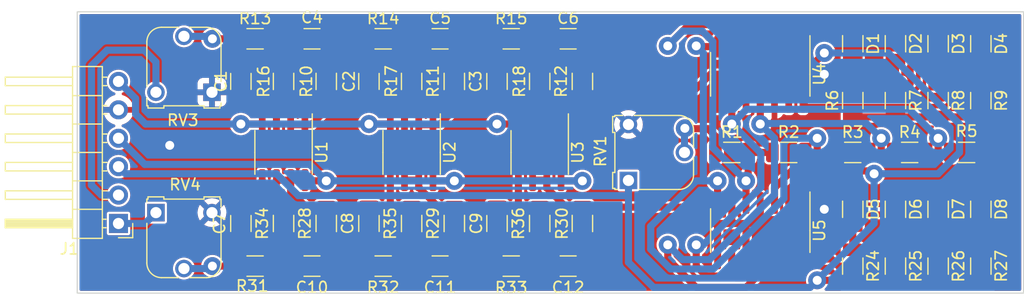
<source format=kicad_pcb>
(kicad_pcb (version 20211014) (generator pcbnew)
  (layers (0 "F.Cu" mixed) (31 "B.Cu" power) (34 "B.Paste" user) (35 "F.Paste" user) (36 "B.SilkS" user "B.Silkscreen") (37 "F.SilkS" user "F.Silkscreen") (38 "B.Mask" user) (39 "F.Mask" user) (44 "Edge.Cuts" user))
  (net 0 "")
  (net 1 "Net-(C1-Pad1)")
  (net 2 "Net-(C1-Pad2)")
  (net 3 "Net-(C2-Pad1)")
  (net 4 "Net-(C2-Pad2)")
  (net 5 "Net-(C3-Pad1)")
  (net 6 "Net-(C3-Pad2)")
  (net 7 "GND")
  (net 8 "Net-(C10-Pad1)")
  (net 9 "Net-(C7-Pad2)")
  (net 10 "Net-(C11-Pad1)")
  (net 11 "Net-(C8-Pad2)")
  (net 12 "Net-(C12-Pad1)")
  (net 13 "Net-(C9-Pad2)")
  (net 14 "Net-(D1-Pad1)")
  (net 15 "Net-(D1-Pad2)")
  (net 16 "Net-(D2-Pad1)")
  (net 17 "Net-(D2-Pad2)")
  (net 18 "Net-(D3-Pad1)")
  (net 19 "Net-(D3-Pad2)")
  (net 20 "Net-(D4-Pad1)")
  (net 21 "Net-(D4-Pad2)")
  (net 22 "Net-(D5-Pad1)")
  (net 23 "Net-(D5-Pad2)")
  (net 24 "Net-(D6-Pad1)")
  (net 25 "Net-(D6-Pad2)")
  (net 26 "Net-(D7-Pad1)")
  (net 27 "Net-(D7-Pad2)")
  (net 28 "Net-(D8-Pad2)")
  (net 29 "audio_right")
  (net 30 "audio_left")
  (net 31 "Net-(R1-Pad1)")
  (net 32 "Net-(R1-Pad2)")
  (net 33 "Net-(R2-Pad2)")
  (net 34 "Net-(R3-Pad2)")
  (net 35 "Net-(R4-Pad2)")
  (net 36 "+5V")
  (net 37 "Net-(R10-Pad2)")
  (net 38 "Net-(R11-Pad2)")
  (net 39 "Net-(R12-Pad2)")
  (net 40 "Net-(R28-Pad2)")
  (net 41 "Net-(R29-Pad2)")
  (net 42 "Net-(R30-Pad2)")
  (net 43 "-15V")
  (net 44 "+15V")
  (net 45 "Net-(J1-Pad1)")
  (net 46 "Net-(J1-Pad2)")
  (net 47 "Net-(D8-Pad1)")
  (footprint "Resistor_SMD:R_1206_3216Metric" (layer "F.Cu") (at 193.675 69.6575 -90)
    (fp_text reference "R8")
    (fp_text value "R")
  )
  (footprint "Resistor_SMD:R_1206_3216Metric" (layer "F.Cu") (at 161.925 67.945 -90)
    (fp_text reference "R12")
    (fp_text value "137")
  )
  (footprint "Resistor_SMD:R_1206_3216Metric" (layer "F.Cu") (at 139.065 67.945 -90)
    (fp_text reference "R10")
    (fp_text value "137")
  )
  (footprint "Package_SO:SO-14_3.9x8.65mm_P1.27mm" (layer "F.Cu") (at 177.8 81.28 -90)
    (fp_text reference "U5")
    (fp_text value "LM339DR")
  )
  (footprint "Resistor_SMD:R_1206_3216Metric" (layer "F.Cu") (at 191.135 74.295)
    (fp_text reference "R4")
    (fp_text value "100k")
  )
  (footprint "Resistor_SMD:R_1206_3216Metric" (layer "F.Cu") (at 186.055 84.455 -90)
    (fp_text reference "R24")
    (fp_text value "R")
  )
  (footprint "Resistor_SMD:R_1206_3216Metric" (layer "F.Cu") (at 132.715 84.455)
    (fp_text reference "R31")
    (fp_text value "931")
  )
  (footprint "Resistor_SMD:R_1206_3216Metric" (layer "F.Cu") (at 193.675 64.5775 -90)
    (fp_text reference "D3")
    (fp_text value "yellow")
  )
  (footprint "Resistor_SMD:R_1206_3216Metric" (layer "F.Cu") (at 155.575 84.455)
    (fp_text reference "R33")
    (fp_text value "931")
  )
  (footprint "Capacitor_SMD:C_1206_3216Metric" (layer "F.Cu") (at 160.655 84.455)
    (fp_text reference "C12")
    (fp_text value "100n")
  )
  (footprint "Capacitor_SMD:C_1206_3216Metric" (layer "F.Cu") (at 142.875 80.645 90)
    (fp_text reference "C8")
    (fp_text value "100n")
  )
  (footprint "Capacitor_SMD:C_1206_3216Metric" (layer "F.Cu") (at 149.225 84.455)
    (fp_text reference "C11")
    (fp_text value "100n")
  )
  (footprint "Resistor_SMD:R_1206_3216Metric" (layer "F.Cu") (at 175.26 74.295)
    (fp_text reference "R1")
    (fp_text value "100k")
  )
  (footprint "Potentiometer_THT:Potentiometer_Runtron_RM-065_Vertical" (layer "F.Cu") (at 166.035 76.795 90)
    (fp_text reference "RV1")
    (fp_text value "10k")
  )
  (footprint "Resistor_SMD:R_1206_3216Metric" (layer "F.Cu") (at 197.485 79.375 -90)
    (fp_text reference "D8")
    (fp_text value "orange")
  )
  (footprint "Resistor_SMD:R_1206_3216Metric" (layer "F.Cu") (at 180.34 74.295)
    (fp_text reference "R2")
    (fp_text value "100k")
  )
  (footprint "Resistor_SMD:R_1206_3216Metric" (layer "F.Cu") (at 144.145 64.135)
    (fp_text reference "R14")
    (fp_text value "931")
  )
  (footprint "Resistor_SMD:R_1206_3216Metric" (layer "F.Cu") (at 158.115 80.645 -90)
    (fp_text reference "R36")
    (fp_text value "1k87")
  )
  (footprint "Resistor_SMD:R_1206_3216Metric" (layer "F.Cu") (at 189.865 64.5775 -90)
    (fp_text reference "D2")
    (fp_text value "green")
  )
  (footprint "Resistor_SMD:R_1206_3216Metric" (layer "F.Cu") (at 193.675 79.375 -90)
    (fp_text reference "D7")
    (fp_text value "yellow")
  )
  (footprint "Capacitor_SMD:C_1206_3216Metric" (layer "F.Cu") (at 149.225 64.135)
    (fp_text reference "C5")
    (fp_text value "100n")
  )
  (footprint "Resistor_SMD:R_1206_3216Metric" (layer "F.Cu") (at 161.925 80.645 90)
    (fp_text reference "R30")
    (fp_text value "137")
  )
  (footprint "Capacitor_SMD:C_1206_3216Metric" (layer "F.Cu") (at 142.875 67.945 -90)
    (fp_text reference "C2")
    (fp_text value "100n")
  )
  (footprint "Resistor_SMD:R_1206_3216Metric" (layer "F.Cu") (at 146.685 80.645 -90)
    (fp_text reference "R35")
    (fp_text value "1k87")
  )
  (footprint "Package_SO:SOIC-8_3.9x4.9mm_P1.27mm" (layer "F.Cu") (at 135.255 74.295 -90)
    (fp_text reference "U1")
    (fp_text value "LF353DR")
  )
  (footprint "Resistor_SMD:R_1206_3216Metric" (layer "F.Cu") (at 150.495 80.645 90)
    (fp_text reference "R29")
    (fp_text value "137")
  )
  (footprint "Package_SO:SOIC-8_3.9x4.9mm_P1.27mm" (layer "F.Cu") (at 146.685 74.295 -90)
    (fp_text reference "U2")
    (fp_text value "LF353DR")
  )
  (footprint "Resistor_SMD:R_1206_3216Metric" (layer "F.Cu") (at 135.255 80.645 -90)
    (fp_text reference "R34")
    (fp_text value "1k87")
  )
  (footprint "Resistor_SMD:R_1206_3216Metric" (layer "F.Cu") (at 150.495 67.945 -90)
    (fp_text reference "R11")
    (fp_text value "137")
  )
  (footprint "Capacitor_SMD:C_1206_3216Metric" (layer "F.Cu") (at 160.655 64.135)
    (fp_text reference "C6")
    (fp_text value "100n")
  )
  (footprint "Resistor_SMD:R_1206_3216Metric" (layer "F.Cu") (at 186.055 64.5775 -90)
    (fp_text reference "D1")
    (fp_text value "blue")
  )
  (footprint "Capacitor_SMD:C_1206_3216Metric" (layer "F.Cu") (at 154.305 67.945 -90)
    (fp_text reference "C3")
    (fp_text value "100n")
  )
  (footprint "Resistor_SMD:R_1206_3216Metric" (layer "F.Cu") (at 189.865 69.6575 -90)
    (fp_text reference "R7")
    (fp_text value "R")
  )
  (footprint "Potentiometer_THT:Potentiometer_Runtron_RM-065_Vertical" (layer "F.Cu") (at 128.865 68.915 180)
    (fp_text reference "RV3")
    (fp_text value "10k")
  )
  (footprint "Capacitor_SMD:C_1206_3216Metric" (layer "F.Cu") (at 154.305 80.645 90)
    (fp_text reference "C9")
    (fp_text value "100n")
  )
  (footprint "Resistor_SMD:R_1206_3216Metric" (layer "F.Cu") (at 196.215 74.295)
    (fp_text reference "R5")
    (fp_text value "100k")
  )
  (footprint "Connector_PinHeader_2.54mm:PinHeader_1x06_P2.54mm_Horizontal" (layer "F.Cu") (at 120.523 80.645 180)
    (fp_text reference "J1")
    (fp_text value "Conn_01x06")
  )
  (footprint "Resistor_SMD:R_1206_3216Metric" (layer "F.Cu") (at 189.865 79.375 -90)
    (fp_text reference "D6")
    (fp_text value "green")
  )
  (footprint "Resistor_SMD:R_1206_3216Metric" (layer "F.Cu") (at 197.485 84.455 -90)
    (fp_text reference "R27")
    (fp_text value "R")
  )
  (footprint "Resistor_SMD:R_1206_3216Metric" (layer "F.Cu") (at 144.145 84.455)
    (fp_text reference "R32")
    (fp_text value "931")
  )
  (footprint "Package_SO:SO-14_3.9x8.65mm_P1.27mm" (layer "F.Cu") (at 177.8 67.31 -90)
    (fp_text reference "U4")
    (fp_text value "LM339DR")
  )
  (footprint "Resistor_SMD:R_1206_3216Metric" (layer "F.Cu") (at 189.865 84.455 -90)
    (fp_text reference "R25")
    (fp_text value "R")
  )
  (footprint "Resistor_SMD:R_1206_3216Metric" (layer "F.Cu") (at 197.485 64.5775 -90)
    (fp_text reference "D4")
    (fp_text value "orange")
  )
  (footprint "Resistor_SMD:R_1206_3216Metric" (layer "F.Cu") (at 158.115 67.945 90)
    (fp_text reference "R18")
    (fp_text value "1k87")
  )
  (footprint "Resistor_SMD:R_1206_3216Metric" (layer "F.Cu") (at 146.685 67.945 90)
    (fp_text reference "R17")
    (fp_text value "1k87")
  )
  (footprint "Resistor_SMD:R_1206_3216Metric" (layer "F.Cu") (at 186.055 69.6575 90)
    (fp_text reference "R6")
    (fp_text value "BLUe")
  )
  (footprint "Capacitor_SMD:C_1206_3216Metric" (layer "F.Cu") (at 137.795 64.135)
    (fp_text reference "C4")
    (fp_text value "100n")
  )
  (footprint "Resistor_SMD:R_1206_3216Metric" (layer "F.Cu") (at 197.485 69.6575 -90)
    (fp_text reference "R9")
    (fp_text value "R")
  )
  (footprint "Potentiometer_THT:Potentiometer_Runtron_RM-065_Vertical" (layer "F.Cu") (at 123.865 79.675)
    (fp_text reference "RV4")
    (fp_text value "10k")
  )
  (footprint "Resistor_SMD:R_1206_3216Metric" (layer "F.Cu") (at 193.675 84.455 -90)
    (fp_text reference "R26")
    (fp_text value "R")
  )
  (footprint "Resistor_SMD:R_1206_3216Metric" (layer "F.Cu") (at 135.255 67.945 90)
    (fp_text reference "R16")
    (fp_text value "1k87")
  )
  (footprint "Package_SO:SOIC-8_3.9x4.9mm_P1.27mm" (layer "F.Cu") (at 158.115 74.295 -90)
    (fp_text reference "U3")
    (fp_text value "LF353DR")
  )
  (footprint "Resistor_SMD:R_1206_3216Metric" (layer "F.Cu") (at 132.715 64.135)
    (fp_text reference "R13")
    (fp_text value "931")
  )
  (footprint "Capacitor_SMD:C_1206_3216Metric" (layer "F.Cu") (at 137.795 84.455)
    (fp_text reference "C10")
    (fp_text value "100n")
  )
  (footprint "Resistor_SMD:R_1206_3216Metric" (layer "F.Cu") (at 155.575 64.135)
    (fp_text reference "R15")
    (fp_text value "931")
  )
  (footprint "Resistor_SMD:R_1206_3216Metric" (layer "F.Cu") (at 139.065 80.645 90)
    (fp_text reference "R28")
    (fp_text value "137")
  )
  (footprint "Resistor_SMD:R_1206_3216Metric" (layer "F.Cu") (at 186.055 79.375 -90)
    (fp_text reference "D5")
    (fp_text value "blue")
  )
  (footprint "Capacitor_SMD:C_1206_3216Metric" (layer "F.Cu") (at 131.445 67.945 -90)
    (fp_text reference "C1")
    (fp_text value "100n")
  )
  (footprint "Resistor_SMD:R_1206_3216Metric" (layer "F.Cu") (at 186.055 74.295)
    (fp_text reference "R3")
    (fp_text value "100k")
  )
  (footprint "Capacitor_SMD:C_1206_3216Metric" (layer "F.Cu") (at 131.445 80.645 90)
    (fp_text reference "C7")
    (fp_text value "100n")
  )
  (gr_rect (start 116.84 61.722) (end 201.295 86.868) (layer "Edge.Cuts") (width 0.1) (fill none))
  (segment (start 137.6025 66.4825) (end 139.065 66.4825) (width 0.635) (layer "F.Cu") (net 1))
  (segment (start 136.32 64.135) (end 136.32 65.2) (width 0.635) (layer "F.Cu") (net 1))
  (segment (start 132.92 66.47) (end 134.1775 65.2125) (width 0.635) (layer "F.Cu") (net 1))
  (segment (start 136.32 65.2) (end 137.6025 66.4825) (width 0.635) (layer "F.Cu") (net 1))
  (segment (start 131.445 66.47) (end 132.92 66.47) (width 0.635) (layer "F.Cu") (net 1))
  (segment (start 134.1775 65.2125) (end 134.1775 64.135) (width 0.635) (layer "F.Cu") (net 1))
  (segment (start 134.1775 64.135) (end 136.32 64.135) (width 0.635) (layer "F.Cu") (net 1))
  (segment (start 134.62 70.485) (end 135.255 70.485) (width 0.635) (layer "F.Cu") (net 2))
  (segment (start 135.2425 69.42) (end 135.255 69.4075) (width 0.635) (layer "F.Cu") (net 2))
  (segment (start 135.255 70.485) (end 135.255 69.4075) (width 0.635) (layer "F.Cu") (net 2))
  (segment (start 131.445 69.42) (end 135.2425 69.42) (width 0.635) (layer "F.Cu") (net 2))
  (segment (start 134.62 71.82) (end 134.62 70.485) (width 0.635) (layer "F.Cu") (net 2))
  (segment (start 147.75 64.135) (end 147.75 65.2) (width 0.635) (layer "F.Cu") (net 3))
  (segment (start 145.6075 65.2125) (end 145.6075 64.135) (width 0.635) (layer "F.Cu") (net 3))
  (segment (start 147.75 65.2) (end 149.0325 66.4825) (width 0.635) (layer "F.Cu") (net 3))
  (segment (start 145.6075 64.135) (end 147.75 64.135) (width 0.635) (layer "F.Cu") (net 3))
  (segment (start 142.875 66.47) (end 144.35 66.47) (width 0.635) (layer "F.Cu") (net 3))
  (segment (start 149.0325 66.4825) (end 150.495 66.4825) (width 0.635) (layer "F.Cu") (net 3))
  (segment (start 144.35 66.47) (end 145.6075 65.2125) (width 0.635) (layer "F.Cu") (net 3))
  (segment (start 146.685 70.485) (end 146.685 69.4075) (width 0.635) (layer "F.Cu") (net 4))
  (segment (start 146.6725 69.42) (end 146.685 69.4075) (width 0.635) (layer "F.Cu") (net 4))
  (segment (start 146.05 70.485) (end 146.685 70.485) (width 0.635) (layer "F.Cu") (net 4))
  (segment (start 142.875 69.42) (end 146.6725 69.42) (width 0.635) (layer "F.Cu") (net 4))
  (segment (start 146.05 71.82) (end 146.05 70.485) (width 0.635) (layer "F.Cu") (net 4))
  (segment (start 161.925 66.4825) (end 160.4625 66.4825) (width 0.635) (layer "F.Cu") (net 5))
  (segment (start 159.18 65.2) (end 159.18 64.135) (width 0.635) (layer "F.Cu") (net 5))
  (segment (start 160.4625 66.4825) (end 159.18 65.2) (width 0.635) (layer "F.Cu") (net 5))
  (segment (start 155.78 66.47) (end 157.0375 65.2125) (width 0.635) (layer "F.Cu") (net 5))
  (segment (start 157.0375 65.2125) (end 157.0375 64.135) (width 0.635) (layer "F.Cu") (net 5))
  (segment (start 154.305 66.47) (end 155.78 66.47) (width 0.635) (layer "F.Cu") (net 5))
  (segment (start 157.0375 64.135) (end 159.18 64.135) (width 0.635) (layer "F.Cu") (net 5))
  (segment (start 157.48 71.82) (end 157.48 70.485) (width 0.635) (layer "F.Cu") (net 6))
  (segment (start 157.48 70.485) (end 158.115 70.485) (width 0.635) (layer "F.Cu") (net 6))
  (segment (start 154.305 69.42) (end 158.1025 69.42) (width 0.635) (layer "F.Cu") (net 6))
  (segment (start 158.1025 69.42) (end 158.115 69.4075) (width 0.635) (layer "F.Cu") (net 6))
  (segment (start 158.115 70.485) (end 158.115 69.4075) (width 0.635) (layer "F.Cu") (net 6))
  (via (at 125.095 73.66) (size 1.6) (drill 0.8) (layers "F.Cu" "B.Cu") (net 7))
  (via (at 183.515 79.375) (size 1.6) (drill 0.8) (layers "F.Cu" "B.Cu") (net 7))
  (via (at 183.515 67.31) (size 1.6) (drill 0.8) (layers "F.Cu" "B.Cu") (net 7))
  (segment (start 132.92 82.12) (end 134.1775 83.3775) (width 0.635) (layer "F.Cu") (net 8))
  (segment (start 131.445 82.12) (end 132.92 82.12) (width 0.635) (layer "F.Cu") (net 8))
  (segment (start 136.32 83.39) (end 136.32 84.455) (width 0.635) (layer "F.Cu") (net 8))
  (segment (start 134.1775 84.455) (end 136.32 84.455) (width 0.635) (layer "F.Cu") (net 8))
  (segment (start 139.065 82.1075) (end 137.6025 82.1075) (width 0.635) (layer "F.Cu") (net 8))
  (segment (start 134.1775 83.3775) (end 134.1775 84.455) (width 0.635) (layer "F.Cu") (net 8))
  (segment (start 137.6025 82.1075) (end 136.32 83.39) (width 0.635) (layer "F.Cu") (net 8))
  (segment (start 135.2425 79.17) (end 135.255 79.1825) (width 0.635) (layer "F.Cu") (net 9))
  (segment (start 133.35 78.965) (end 133.555 79.17) (width 0.635) (layer "F.Cu") (net 9))
  (segment (start 133.555 79.17) (end 135.2425 79.17) (width 0.635) (layer "F.Cu") (net 9))
  (segment (start 131.445 79.17) (end 133.555 79.17) (width 0.635) (layer "F.Cu") (net 9))
  (segment (start 133.35 76.77) (end 133.35 78.965) (width 0.635) (layer "F.Cu") (net 9))
  (segment (start 145.6075 84.455) (end 147.75 84.455) (width 0.635) (layer "F.Cu") (net 10))
  (segment (start 150.495 82.1075) (end 149.6675 82.1075) (width 0.635) (layer "F.Cu") (net 10))
  (segment (start 142.875 82.12) (end 144.35 82.12) (width 0.635) (layer "F.Cu") (net 10))
  (segment (start 144.35 82.12) (end 145.6075 83.3775) (width 0.635) (layer "F.Cu") (net 10))
  (segment (start 149.6675 82.1075) (end 147.75 84.025) (width 0.635) (layer "F.Cu") (net 10))
  (segment (start 147.75 84.025) (end 147.75 84.455) (width 0.635) (layer "F.Cu") (net 10))
  (segment (start 145.6075 83.3775) (end 145.6075 84.455) (width 0.635) (layer "F.Cu") (net 10))
  (segment (start 144.78 76.77) (end 144.78 78.965) (width 0.635) (layer "F.Cu") (net 11))
  (segment (start 144.985 79.17) (end 146.6725 79.17) (width 0.635) (layer "F.Cu") (net 11))
  (segment (start 142.875 79.17) (end 144.985 79.17) (width 0.635) (layer "F.Cu") (net 11))
  (segment (start 144.78 78.965) (end 144.985 79.17) (width 0.635) (layer "F.Cu") (net 11))
  (segment (start 146.6725 79.17) (end 146.685 79.1825) (width 0.635) (layer "F.Cu") (net 11))
  (segment (start 161.925 82.1075) (end 160.4625 82.1075) (width 0.635) (layer "F.Cu") (net 12))
  (segment (start 155.78 82.12) (end 157.0375 83.3775) (width 0.635) (layer "F.Cu") (net 12))
  (segment (start 157.0375 83.3775) (end 157.0375 84.455) (width 0.635) (layer "F.Cu") (net 12))
  (segment (start 157.0375 84.455) (end 159.18 84.455) (width 0.635) (layer "F.Cu") (net 12))
  (segment (start 154.305 82.12) (end 155.78 82.12) (width 0.635) (layer "F.Cu") (net 12))
  (segment (start 159.18 83.39) (end 159.18 84.455) (width 0.635) (layer "F.Cu") (net 12))
  (segment (start 160.4625 82.1075) (end 159.18 83.39) (width 0.635) (layer "F.Cu") (net 12))
  (segment (start 156.21 76.77) (end 156.21 78.965) (width 0.635) (layer "F.Cu") (net 13))
  (segment (start 156.415 79.17) (end 158.1025 79.17) (width 0.635) (layer "F.Cu") (net 13))
  (segment (start 156.21 78.965) (end 156.415 79.17) (width 0.635) (layer "F.Cu") (net 13))
  (segment (start 158.1025 79.17) (end 158.115 79.1825) (width 0.635) (layer "F.Cu") (net 13))
  (segment (start 154.305 79.17) (end 156.415 79.17) (width 0.635) (layer "F.Cu") (net 13))
  (segment (start 180.34 63.5) (end 180.34 64.835) (width 0.635) (layer "F.Cu") (net 14))
  (segment (start 185.42 63.115) (end 180.725 63.115) (width 0.635) (layer "F.Cu") (net 14))
  (segment (start 180.725 63.115) (end 180.34 63.5) (width 0.635) (layer "F.Cu") (net 14))
  (segment (start 186.055 66.04) (end 186.055 68.195) (width 0.635) (layer "F.Cu") (net 15))
  (segment (start 189.865 64.135) (end 189.865 63.115) (width 0.4064) (layer "F.Cu") (net 16))
  (segment (start 182.31 64.135) (end 189.865 64.135) (width 0.4064) (layer "F.Cu") (net 16))
  (segment (start 181.61 64.835) (end 182.31 64.135) (width 0.4064) (layer "F.Cu") (net 16))
  (segment (start 189.865 66.04) (end 189.865 68.195) (width 0.635) (layer "F.Cu") (net 17))
  (segment (start 191.897 65.913) (end 192.96748 64.84252) (width 0.4064) (layer "F.Cu") (net 18))
  (segment (start 180.34 69.785) (end 180.34 68.58) (width 0.4064) (layer "F.Cu") (net 18))
  (segment (start 180.848 68.072) (end 182.118 68.072) (width 0.4064) (layer "F.Cu") (net 18))
  (segment (start 183.515 69.469) (end 190.881 69.469) (width 0.4064) (layer "F.Cu") (net 18))
  (segment (start 191.897 68.453) (end 191.897 65.913) (width 0.4064) (layer "F.Cu") (net 18))
  (segment (start 182.118 68.072) (end 183.515 69.469) (width 0.4064) (layer "F.Cu") (net 18))
  (segment (start 192.96748 64.84252) (end 193.675 64.135) (width 0.508) (layer "F.Cu") (net 18))
  (segment (start 190.881 69.469) (end 191.897 68.453) (width 0.4064) (layer "F.Cu") (net 18))
  (segment (start 193.675 64.135) (end 193.675 63.115) (width 0.508) (layer "F.Cu") (net 18))
  (segment (start 180.34 68.58) (end 180.848 68.072) (width 0.4064) (layer "F.Cu") (net 18))
  (segment (start 193.675 66.04) (end 193.675 68.195) (width 0.635) (layer "F.Cu") (net 19))
  (segment (start 195.58 68.961) (end 195.58 63.5) (width 0.4064) (layer "F.Cu") (net 20))
  (segment (start 194.38942 70.15158) (end 195.58 68.961) (width 0.4064) (layer "F.Cu") (net 20))
  (segment (start 195.965 63.115) (end 197.485 63.115) (width 0.4064) (layer "F.Cu") (net 20))
  (segment (start 181.97658 70.15158) (end 194.38942 70.15158) (width 0.4064) (layer "F.Cu") (net 20))
  (segment (start 181.61 69.785) (end 181.97658 70.15158) (width 0.4064) (layer "F.Cu") (net 20))
  (segment (start 195.58 63.5) (end 195.965 63.115) (width 0.4064) (layer "F.Cu") (net 20))
  (segment (start 197.485 66.04) (end 197.485 68.195) (width 0.635) (layer "F.Cu") (net 21))
  (segment (start 181.102 76.835) (end 184.9775 76.835) (width 0.635) (layer "F.Cu") (net 22))
  (segment (start 180.34 78.805) (end 180.34 77.597) (width 0.635) (layer "F.Cu") (net 22))
  (segment (start 180.34 77.597) (end 181.102 76.835) (width 0.635) (layer "F.Cu") (net 22))
  (segment (start 184.9775 76.835) (end 186.055 77.9125) (width 0.635) (layer "F.Cu") (net 22))
  (segment (start 186.055 82.9925) (end 186.055 80.8375) (width 0.635) (layer "F.Cu") (net 23))
  (segment (start 182.18 78.805) (end 182.88 78.105) (width 0.4064) (layer "F.Cu") (net 24))
  (segment (start 189.63592 78.96908) (end 189.865 78.74) (width 0.4064) (layer "F.Cu") (net 24))
  (segment (start 184.814497 78.96908) (end 189.63592 78.96908) (width 0.4064) (layer "F.Cu") (net 24))
  (segment (start 182.88 78.105) (end 183.950417 78.105) (width 0.4064) (layer "F.Cu") (net 24))
  (segment (start 181.61 78.805) (end 182.18 78.805) (width 0.4064) (layer "F.Cu") (net 24))
  (segment (start 189.865 78.74) (end 189.865 77.9125) (width 0.4064) (layer "F.Cu") (net 24))
  (segment (start 183.950417 78.105) (end 184.814497 78.96908) (width 0.4064) (layer "F.Cu") (net 24))
  (segment (start 189.865 82.9925) (end 189.865 80.8375) (width 0.635) (layer "F.Cu") (net 25))
  (segment (start 193.675 78.74) (end 193.675 77.9125) (width 0.508) (layer "F.Cu") (net 26))
  (segment (start 180.975 81.915) (end 182.88 81.915) (width 0.508) (layer "F.Cu") (net 26))
  (segment (start 180.34 83.755) (end 180.34 82.55) (width 0.508) (layer "F.Cu") (net 26))
  (segment (start 192.59672 79.81828) (end 193.675 78.74) (width 0.508) (layer "F.Cu") (net 26))
  (segment (start 180.34 82.55) (end 180.975 81.915) (width 0.508) (layer "F.Cu") (net 26))
  (segment (start 184.97672 79.81828) (end 192.59672 79.81828) (width 0.508) (layer "F.Cu") (net 26))
  (segment (start 182.88 81.915) (end 184.97672 79.81828) (width 0.508) (layer "F.Cu") (net 26))
  (segment (start 193.675 82.9925) (end 193.675 80.8375) (width 0.635) (layer "F.Cu") (net 27))
  (segment (start 197.485 82.9925) (end 197.485 80.8375) (width 0.635) (layer "F.Cu") (net 28))
  (segment (start 128.905 84.455) (end 131.2525 84.455) (width 0.635) (layer "F.Cu") (net 29))
  (via (at 128.905 84.455) (size 1.6) (drill 0.8) (layers "F.Cu" "B.Cu") (net 29))
  (segment (start 128.685 84.675) (end 128.905 84.455) (width 0.635) (layer "B.Cu") (net 29))
  (segment (start 126.365 84.675) (end 128.685 84.675) (width 0.635) (layer "B.Cu") (net 29))
  (segment (start 128.905 64.135) (end 131.2525 64.135) (width 0.635) (layer "F.Cu") (net 30))
  (via (at 128.905 64.135) (size 1.6) (drill 0.8) (layers "F.Cu" "B.Cu") (net 30))
  (segment (start 126.365 63.915) (end 128.685 63.915) (width 0.635) (layer "B.Cu") (net 30))
  (segment (start 128.685 63.915) (end 128.905 64.135) (width 0.635) (layer "B.Cu") (net 30))
  (segment (start 173.7975 72.8325) (end 173.7975 74.295) (width 0.635) (layer "F.Cu") (net 31))
  (segment (start 173.135 72.17) (end 173.7975 72.8325) (width 0.635) (layer "F.Cu") (net 31))
  (segment (start 171.035 72.17) (end 173.135 72.17) (width 0.635) (layer "F.Cu") (net 31))
  (via (at 171.069 72.136) (size 1.6) (drill 0.8) (layers "F.Cu" "B.Cu") (net 31))
  (segment (start 171.035 74.295) (end 171.035 72.17) (width 0.635) (layer "B.Cu") (net 31))
  (segment (start 171.45 62.865) (end 169.545 64.77) (width 0.635) (layer "F.Cu") (net 32))
  (segment (start 176.53 64.835) (end 176.53 63.5) (width 0.635) (layer "F.Cu") (net 32))
  (segment (start 175.895 62.865) (end 171.45 62.865) (width 0.635) (layer "F.Cu") (net 32))
  (segment (start 176.7225 76.6425) (end 176.53 76.835) (width 0.635) (layer "F.Cu") (net 32))
  (segment (start 176.7225 74.295) (end 176.7225 76.6425) (width 0.635) (layer "F.Cu") (net 32))
  (segment (start 176.53 63.5) (end 175.895 62.865) (width 0.635) (layer "F.Cu") (net 32))
  (segment (start 176.7225 74.295) (end 178.8775 74.295) (width 0.635) (layer "F.Cu") (net 32))
  (segment (start 176.53 78.805) (end 176.53 76.835) (width 0.635) (layer "F.Cu") (net 32))
  (via (at 176.53 76.835) (size 1.6) (drill 0.8) (layers "F.Cu" "B.Cu") (net 32))
  (via (at 169.545 64.77) (size 1.6) (drill 0.8) (layers "F.Cu" "B.Cu") (net 32))
  (segment (start 173.55772 73.86272) (end 173.55772 64.375659) (width 0.635) (layer "B.Cu") (net 32))
  (segment (start 173.55772 64.375659) (end 172.63185 63.449789) (width 0.635) (layer "B.Cu") (net 32))
  (segment (start 170.865211 63.449789) (end 169.545 64.77) (width 0.635) (layer "B.Cu") (net 32))
  (segment (start 172.63185 63.449789) (end 170.865211 63.449789) (width 0.635) (layer "B.Cu") (net 32))
  (segment (start 176.53 76.835) (end 173.55772 73.86272) (width 0.635) (layer "B.Cu") (net 32))
  (segment (start 173.99 78.805) (end 173.99 76.835) (width 0.635) (layer "F.Cu") (net 33))
  (segment (start 172.15 64.835) (end 172.085 64.77) (width 0.635) (layer "F.Cu") (net 33))
  (segment (start 182.88 74.295) (end 182.88 73.025) (width 0.635) (layer "F.Cu") (net 33))
  (segment (start 181.8025 74.295) (end 182.88 74.295) (width 0.635) (layer "F.Cu") (net 33))
  (segment (start 173.99 64.835) (end 172.15 64.835) (width 0.635) (layer "F.Cu") (net 33))
  (segment (start 182.88 74.295) (end 183.9575 74.295) (width 0.635) (layer "F.Cu") (net 33))
  (via (at 173.99 76.835) (size 1.6) (drill 0.8) (layers "F.Cu" "B.Cu") (net 33))
  (via (at 172.085 64.77) (size 1.6) (drill 0.8) (layers "F.Cu" "B.Cu") (net 33))
  (via (at 182.88 73.025) (size 1.6) (drill 0.8) (layers "F.Cu" "B.Cu") (net 33))
  (segment (start 179.907719 78.414056) (end 173.613844 84.707931) (width 0.635) (layer "B.Cu") (net 33))
  (segment (start 172.72 76.835) (end 172.72 65.405) (width 0.635) (layer "B.Cu") (net 33))
  (segment (start 172.72 76.835) (end 173.99 76.835) (width 0.635) (layer "B.Cu") (net 33))
  (segment (start 182.88 73.025) (end 180.34 73.025) (width 0.635) (layer "B.Cu") (net 33))
  (segment (start 168.021 82.931) (end 168.021 80.899) (width 0.635) (layer "B.Cu") (net 33))
  (segment (start 168.021 80.899) (end 172.085 76.835) (width 0.635) (layer "B.Cu") (net 33))
  (segment (start 173.613844 84.707931) (end 169.797931 84.707931) (width 0.635) (layer "B.Cu") (net 33))
  (segment (start 172.72 65.405) (end 172.085 64.77) (width 0.635) (layer "B.Cu") (net 33))
  (segment (start 179.90772 73.45728) (end 179.907719 78.414056) (width 0.635) (layer "B.Cu") (net 33))
  (segment (start 172.085 76.835) (end 172.72 76.835) (width 0.635) (layer "B.Cu") (net 33))
  (segment (start 169.797931 84.707931) (end 168.021 82.931) (width 0.635) (layer "B.Cu") (net 33))
  (segment (start 180.34 73.025) (end 179.90772 73.45728) (width 0.635) (layer "B.Cu") (net 33))
  (segment (start 176.53 86.36) (end 172.085 86.36) (width 0.635) (layer "F.Cu") (net 34))
  (segment (start 177.8 85.09) (end 176.53 86.36) (width 0.635) (layer "F.Cu") (net 34))
  (segment (start 177.8 83.755) (end 177.8 85.09) (width 0.635) (layer "F.Cu") (net 34))
  (segment (start 188.595 74.295) (end 189.6725 74.295) (width 0.635) (layer "F.Cu") (net 34))
  (segment (start 172.085 86.36) (end 169.545 83.82) (width 0.635) (layer "F.Cu") (net 34))
  (segment (start 188.595 74.295) (end 188.595 73.025) (width 0.635) (layer "F.Cu") (net 34))
  (segment (start 187.5175 74.295) (end 188.595 74.295) (width 0.635) (layer "F.Cu") (net 34))
  (segment (start 169.545 83.82) (end 169.545 83.185) (width 0.635) (layer "F.Cu") (net 34))
  (segment (start 177.8 69.785) (end 177.8 71.755) (width 0.635) (layer "F.Cu") (net 34))
  (via (at 188.595 73.025) (size 1.6) (drill 0.8) (layers "F.Cu" "B.Cu") (net 34))
  (via (at 169.545 82.55) (size 1.6) (drill 0.8) (layers "F.Cu" "B.Cu") (net 34))
  (via (at 177.8 71.755) (size 1.6) (drill 0.8) (layers "F.Cu" "B.Cu") (net 34))
  (segment (start 177.850211 71.704789) (end 187.274789 71.704789) (width 0.635) (layer "B.Cu") (net 34))
  (segment (start 170.865211 83.870211) (end 169.545 82.55) (width 0.635) (layer "B.Cu") (net 34))
  (segment (start 187.274789 71.704789) (end 188.595 73.025) (width 0.635) (layer "B.Cu") (net 34))
  (segment (start 179.07 73.025) (end 179.07 78.067061) (width 0.635) (layer "B.Cu") (net 34))
  (segment (start 177.8 71.755) (end 179.07 73.025) (width 0.635) (layer "B.Cu") (net 34))
  (segment (start 177.8 71.755) (end 177.850211 71.704789) (width 0.635) (layer "B.Cu") (net 34))
  (segment (start 179.07 78.067061) (end 173.26685 83.870211) (width 0.635) (layer "B.Cu") (net 34))
  (segment (start 173.26685 83.870211) (end 170.865211 83.870211) (width 0.635) (layer "B.Cu") (net 34))
  (segment (start 175.26 83.755) (end 175.26 85.09) (width 0.635) (layer "F.Cu") (net 35))
  (segment (start 175.26 69.785) (end 175.26 71.755) (width 0.635) (layer "F.Cu") (net 35))
  (segment (start 193.675 74.295) (end 193.675 73.025) (width 0.635) (layer "F.Cu") (net 35))
  (segment (start 175.26 85.09) (end 175.006 85.344) (width 0.635) (layer "F.Cu") (net 35))
  (segment (start 193.675 74.295) (end 194.7525 74.295) (width 0.635) (layer "F.Cu") (net 35))
  (segment (start 172.085 84.455) (end 172.085 83.185) (width 0.635) (layer "F.Cu") (net 35))
  (segment (start 192.5975 74.295) (end 193.675 74.295) (width 0.635) (layer "F.Cu") (net 35))
  (segment (start 175.006 85.344) (end 172.974 85.344) (width 0.635) (layer "F.Cu") (net 35))
  (segment (start 172.974 85.344) (end 172.085 84.455) (width 0.635) (layer "F.Cu") (net 35))
  (via (at 193.675 73.025) (size 1.6) (drill 0.8) (layers "F.Cu" "B.Cu") (net 35))
  (via (at 172.085 82.55) (size 1.6) (drill 0.8) (layers "F.Cu" "B.Cu") (net 35))
  (via (at 175.26 71.755) (size 1.6) (drill 0.8) (layers "F.Cu" "B.Cu") (net 35))
  (segment (start 177.850211 77.419789) (end 172.72 82.55) (width 0.635) (layer "B.Cu") (net 35))
  (segment (start 175.26 71.755) (end 177.850211 74.345211) (width 0.635) (layer "B.Cu") (net 35))
  (segment (start 176.580211 70.434789) (end 175.26 71.755) (width 0.635) (layer "B.Cu") (net 35))
  (segment (start 193.675 73.025) (end 191.084789 70.434789) (width 0.635) (layer "B.Cu") (net 35))
  (segment (start 177.850211 74.345211) (end 177.850211 77.419789) (width 0.635) (layer "B.Cu") (net 35))
  (segment (start 172.72 82.55) (end 172.085 82.55) (width 0.635) (layer "B.Cu") (net 35))
  (segment (start 191.084789 70.434789) (end 176.580211 70.434789) (width 0.635) (layer "B.Cu") (net 35))
  (segment (start 200.279 84.201) (end 200.279 72.644) (width 0.635) (layer "F.Cu") (net 36))
  (segment (start 197.485 85.9175) (end 198.5625 85.9175) (width 0.635) (layer "F.Cu") (net 36))
  (segment (start 187.706 75.946) (end 187.96 76.2) (width 0.635) (layer "F.Cu") (net 36))
  (segment (start 182.245 66.675) (end 183.515 65.405) (width 0.635) (layer "F.Cu") (net 36))
  (segment (start 186.055 71.12) (end 197.485 71.12) (width 0.635) (layer "F.Cu") (net 36))
  (segment (start 179.07 64.835) (end 179.07 66.04) (width 0.635) (layer "F.Cu") (net 36))
  (segment (start 179.07 77.47) (end 180.594 75.946) (width 0.635) (layer "F.Cu") (net 36))
  (segment (start 198.5625 85.9175) (end 200.279 84.201) (width 0.635) (layer "F.Cu") (net 36))
  (segment (start 198.755 71.12) (end 197.485 71.12) (width 0.635) (layer "F.Cu") (net 36))
  (segment (start 182.88 85.725) (end 185.2275 85.725) (width 0.635) (layer "F.Cu") (net 36))
  (segment (start 179.705 66.675) (end 182.245 66.675) (width 0.635) (layer "F.Cu") (net 36))
  (segment (start 179.07 66.04) (end 179.705 66.675) (width 0.635) (layer "F.Cu") (net 36))
  (segment (start 200.279 72.644) (end 198.755 71.12) (width 0.635) (layer "F.Cu") (net 36))
  (segment (start 186.055 85.9175) (end 197.485 85.9175) (width 0.635) (layer "F.Cu") (net 36))
  (segment (start 180.594 75.946) (end 187.706 75.946) (width 0.635) (layer "F.Cu") (net 36))
  (segment (start 179.07 78.805) (end 179.07 77.47) (width 0.635) (layer "F.Cu") (net 36))
  (via (at 182.88 85.725) (size 1.6) (drill 0.8) (layers "F.Cu" "B.Cu") (net 36))
  (via (at 183.515 65.405) (size 1.6) (drill 0.8) (layers "F.Cu" "B.Cu") (net 36))
  (via (at 187.96 76.2) (size 1.6) (drill 0.8) (layers "F.Cu" "B.Cu") (net 36))
  (segment (start 187.96 80.645) (end 187.96 76.2) (width 0.635) (layer "B.Cu") (net 36))
  (segment (start 134.62 76.2) (end 136.575211 78.155211) (width 0.635) (layer "B.Cu") (net 36))
  (segment (start 195.58 74.295) (end 193.675 76.2) (width 0.635) (layer "B.Cu") (net 36))
  (segment (start 183.515 65.405) (end 189.23 65.405) (width 0.635) (layer "B.Cu") (net 36))
  (segment (start 166.035 78.44) (end 166.035 84.12) (width 0.635) (layer "B.Cu") (net 36))
  (segment (start 193.675 76.2) (end 187.96 76.2) (width 0.635) (layer "B.Cu") (net 36))
  (segment (start 182.245 86.36) (end 182.88 85.725) (width 0.635) (layer "B.Cu") (net 36))
  (segment (start 182.88 85.725) (end 187.96 80.645) (width 0.635) (layer "B.Cu") (net 36))
  (segment (start 189.23 65.405) (end 189.8015 65.9765) (width 0.635) (layer "B.Cu") (net 36))
  (segment (start 121.158 76.2) (end 134.62 76.2) (width 0.635) (layer "B.Cu") (net 36))
  (segment (start 168.275 86.36) (end 182.245 86.36) (width 0.635) (layer "B.Cu") (net 36))
  (segment (start 195.58 71.755) (end 195.58 74.295) (width 0.635) (layer "B.Cu") (net 36))
  (segment (start 136.575211 78.155211) (end 165.649789 78.155211) (width 0.635) (layer "B.Cu") (net 36))
  (segment (start 166.035 84.12) (end 168.275 86.36) (width 0.635) (layer "B.Cu") (net 36))
  (segment (start 189.8015 65.9765) (end 195.58 71.755) (width 0.635) (layer "B.Cu") (net 36))
  (segment (start 166.035 77.77) (end 166.035 78.44) (width 0.635) (layer "B.Cu") (net 36))
  (segment (start 120.523 75.565) (end 121.158 76.2) (width 0.635) (layer "B.Cu") (net 36))
  (segment (start 166.035 76.795) (end 166.035 77.77) (width 0.635) (layer "B.Cu") (net 36))
  (segment (start 142.24 64.135) (end 142.6825 64.135) (width 0.635) (layer "F.Cu") (net 37))
  (segment (start 139.065 69.4075) (end 139.065 68.58) (width 0.635) (layer "F.Cu") (net 37))
  (segment (start 139.065 70.485) (end 139.065 69.4075) (width 0.635) (layer "F.Cu") (net 37))
  (segment (start 137.16 71.82) (end 137.73 71.82) (width 0.635) (layer "F.Cu") (net 37))
  (segment (start 140.97 65.405) (end 142.24 64.135) (width 0.635) (layer "F.Cu") (net 37))
  (segment (start 137.73 71.82) (end 139.065 70.485) (width 0.635) (layer "F.Cu") (net 37))
  (segment (start 135.89 71.82) (end 137.16 71.82) (width 0.635) (layer "F.Cu") (net 37))
  (segment (start 139.065 68.58) (end 140.97 66.675) (width 0.635) (layer "F.Cu") (net 37))
  (segment (start 140.97 66.675) (end 140.97 65.405) (width 0.635) (layer "F.Cu") (net 37))
  (segment (start 151.5725 69.4075) (end 152.4 68.58) (width 0.635) (layer "F.Cu") (net 38))
  (segment (start 149.16 71.82) (end 150.495 70.485) (width 0.635) (layer "F.Cu") (net 38))
  (segment (start 153.035 64.135) (end 154.1125 64.135) (width 0.635) (layer "F.Cu") (net 38))
  (segment (start 150.495 70.485) (end 150.495 69.4075) (width 0.635) (layer "F.Cu") (net 38))
  (segment (start 152.4 68.58) (end 152.4 64.77) (width 0.635) (layer "F.Cu") (net 38))
  (segment (start 150.495 69.4075) (end 151.5725 69.4075) (width 0.635) (layer "F.Cu") (net 38))
  (segment (start 147.32 71.82) (end 148.59 71.82) (width 0.635) (layer "F.Cu") (net 38))
  (segment (start 152.4 64.77) (end 153.035 64.135) (width 0.635) (layer "F.Cu") (net 38))
  (segment (start 148.59 71.82) (end 149.16 71.82) (width 0.635) (layer "F.Cu") (net 38))
  (segment (start 161.925 69.4075) (end 171.2575 69.4075) (width 0.635) (layer "F.Cu") (net 39))
  (segment (start 175.26 67.31) (end 173.99 67.31) (width 0.635) (layer "F.Cu") (net 39))
  (segment (start 158.75 71.82) (end 160.02 71.82) (width 0.635) (layer "F.Cu") (net 39))
  (segment (start 161.925 70.485) (end 161.925 69.4075) (width 0.635) (layer "F.Cu") (net 39))
  (segment (start 175.26 64.835) (end 175.26 67.31) (width 0.635) (layer "F.Cu") (net 39))
  (segment (start 177.8 64.835) (end 177.8 66.04) (width 0.635) (layer "F.Cu") (net 39))
  (segment (start 176.53 67.31) (end 175.26 67.31) (width 0.635) (layer "F.Cu") (net 39))
  (segment (start 160.02 71.82) (end 160.59 71.82) (width 0.635) (layer "F.Cu") (net 39))
  (segment (start 173.355 67.31) (end 173.99 67.31) (width 0.635) (layer "F.Cu") (net 39))
  (segment (start 177.8 66.04) (end 176.53 67.31) (width 0.635) (layer "F.Cu") (net 39))
  (segment (start 171.2575 69.4075) (end 173.355 67.31) (width 0.635) (layer "F.Cu") (net 39))
  (segment (start 173.99 69.785) (end 173.99 67.31) (width 0.635) (layer "F.Cu") (net 39))
  (segment (start 176.53 69.785) (end 176.53 67.31) (width 0.635) (layer "F.Cu") (net 39))
  (segment (start 160.59 71.82) (end 161.925 70.485) (width 0.635) (layer "F.Cu") (net 39))
  (segment (start 136.199035 78.09978) (end 137.281755 79.1825) (width 0.635) (layer "F.Cu") (net 40))
  (segment (start 139.065 80.01) (end 140.97 81.915) (width 0.635) (layer "F.Cu") (net 40))
  (segment (start 140.97 81.915) (end 140.97 83.82) (width 0.635) (layer "F.Cu") (net 40))
  (segment (start 135.89 78.09978) (end 136.199035 78.09978) (width 0.635) (layer "F.Cu") (net 40))
  (segment (start 134.62 76.77) (end 135.89 76.77) (width 0.635) (layer "F.Cu") (net 40))
  (segment (start 140.97 83.82) (end 141.605 84.455) (width 0.635) (layer "F.Cu") (net 40))
  (segment (start 139.065 79.1825) (end 139.065 80.01) (width 0.635) (layer "F.Cu") (net 40))
  (segment (start 135.89 76.77) (end 135.89 78.09978) (width 0.635) (layer "F.Cu") (net 40))
  (segment (start 141.605 84.455) (end 142.6825 84.455) (width 0.635) (layer "F.Cu") (net 40))
  (segment (start 137.281755 79.1825) (end 139.065 79.1825) (width 0.635) (layer "F.Cu") (net 40))
  (segment (start 147.32 77.422834) (end 149.079666 79.1825) (width 0.635) (layer "F.Cu") (net 41))
  (segment (start 151.5725 79.1825) (end 152.4 80.01) (width 0.635) (layer "F.Cu") (net 41))
  (segment (start 150.495 79.1825) (end 151.5725 79.1825) (width 0.635) (layer "F.Cu") (net 41))
  (segment (start 146.05 76.77) (end 147.32 76.77) (width 0.635) (layer "F.Cu") (net 41))
  (segment (start 149.079666 79.1825) (end 150.495 79.1825) (width 0.635) (layer "F.Cu") (net 41))
  (segment (start 147.32 76.77) (end 147.32 77.422834) (width 0.635) (layer "F.Cu") (net 41))
  (segment (start 152.4 83.82) (end 153.035 84.455) (width 0.635) (layer "F.Cu") (net 41))
  (segment (start 153.035 84.455) (end 154.1125 84.455) (width 0.635) (layer "F.Cu") (net 41))
  (segment (start 152.4 80.01) (end 152.4 83.82) (width 0.635) (layer "F.Cu") (net 41))
  (segment (start 157.48 76.77) (end 158.75 76.77) (width 0.635) (layer "F.Cu") (net 42))
  (segment (start 173.99 83.755) (end 173.99 80.645) (width 0.635) (layer "F.Cu") (net 42))
  (segment (start 175.26 80.645) (end 176.53 80.645) (width 0.635) (layer "F.Cu") (net 42))
  (segment (start 173.99 80.645) (end 175.26 80.645) (width 0.635) (layer "F.Cu") (net 42))
  (segment (start 175.26 80.645) (end 175.26 78.805) (width 0.635) (layer "F.Cu") (net 42))
  (segment (start 176.53 80.645) (end 177.165 80.645) (width 0.635) (layer "F.Cu") (net 42))
  (segment (start 172.72 80.645) (end 173.99 80.645) (width 0.635) (layer "F.Cu") (net 42))
  (segment (start 158.75 77.47) (end 160.4625 79.1825) (width 0.635) (layer "F.Cu") (net 42))
  (segment (start 160.4625 79.1825) (end 161.925 79.1825) (width 0.635) (layer "F.Cu") (net 42))
  (segment (start 176.53 83.755) (end 176.53 80.645) (width 0.635) (layer "F.Cu") (net 42))
  (segment (start 158.75 76.77) (end 158.75 77.47) (width 0.635) (layer "F.Cu") (net 42))
  (segment (start 177.8 80.01) (end 177.8 78.805) (width 0.635) (layer "F.Cu") (net 42))
  (segment (start 177.165 80.645) (end 177.8 80.01) (width 0.635) (layer "F.Cu") (net 42))
  (segment (start 171.2575 79.1825) (end 172.72 80.645) (width 0.635) (layer "F.Cu") (net 42))
  (segment (start 161.925 79.1825) (end 171.2575 79.1825) (width 0.635) (layer "F.Cu") (net 42))
  (segment (start 142.875 71.755) (end 144.715 71.755) (width 0.635) (layer "F.Cu") (net 43))
  (segment (start 154.305 71.755) (end 156.145 71.755) (width 0.635) (layer "F.Cu") (net 43))
  (segment (start 156.145 71.755) (end 156.21 71.82) (width 0.635) (layer "F.Cu") (net 43))
  (segment (start 131.445 71.755) (end 133.285 71.755) (width 0.635) (layer "F.Cu") (net 43))
  (segment (start 133.285 71.755) (end 133.35 71.82) (width 0.635) (layer "F.Cu") (net 43))
  (segment (start 144.715 71.755) (end 144.78 71.82) (width 0.635) (layer "F.Cu") (net 43))
  (via (at 142.875 71.755) (size 1.6) (drill 0.8) (layers "F.Cu" "B.Cu") (net 43))
  (via (at 154.305 71.755) (size 1.6) (drill 0.8) (layers "F.Cu" "B.Cu") (net 43))
  (via (at 131.445 71.755) (size 1.6) (drill 0.8) (layers "F.Cu" "B.Cu") (net 43))
  (segment (start 142.875 71.755) (end 154.305 71.755) (width 0.635) (layer "B.Cu") (net 43))
  (segment (start 122.936 71.755) (end 131.445 71.755) (width 0.635) (layer "B.Cu") (net 43))
  (segment (start 120.523 67.945) (end 122.047 69.469) (width 0.635) (layer "B.Cu") (net 43))
  (segment (start 122.047 69.469) (end 122.047 70.866) (width 0.635) (layer "B.Cu") (net 43))
  (segment (start 122.047 70.866) (end 122.936 71.755) (width 0.635) (layer "B.Cu") (net 43))
  (segment (start 131.445 71.755) (end 142.875 71.755) (width 0.635) (layer "B.Cu") (net 43))
  (segment (start 160.085 76.835) (end 160.02 76.77) (width 0.635) (layer "F.Cu") (net 44))
  (segment (start 161.925 76.835) (end 160.085 76.835) (width 0.635) (layer "F.Cu") (net 44))
  (segment (start 150.495 76.835) (end 148.655 76.835) (width 0.635) (layer "F.Cu") (net 44))
  (segment (start 148.655 76.835) (end 148.59 76.77) (width 0.635) (layer "F.Cu") (net 44))
  (segment (start 139.065 76.835) (end 137.225 76.835) (width 0.635) (layer "F.Cu") (net 44))
  (segment (start 137.225 76.835) (end 137.16 76.77) (width 0.635) (layer "F.Cu") (net 44))
  (via (at 139.065 76.835) (size 1.6) (drill 0.8) (layers "F.Cu" "B.Cu") (net 44))
  (via (at 150.495 76.835) (size 1.6) (drill 0.8) (layers "F.Cu" "B.Cu") (net 44))
  (via (at 161.925 76.835) (size 1.6) (drill 0.8) (layers "F.Cu" "B.Cu") (net 44))
  (segment (start 139.065 76.835) (end 150.495 76.835) (width 0.635) (layer "B.Cu") (net 44))
  (segment (start 120.523 73.025) (end 122.860281 75.362281) (width 0.635) (layer "B.Cu") (net 44))
  (segment (start 137.59228 75.36228) (end 139.065 76.835) (width 0.635) (layer "B.Cu") (net 44))
  (segment (start 122.860281 75.362281) (end 137.59228 75.36228) (width 0.635) (layer "B.Cu") (net 44))
  (segment (start 150.495 76.835) (end 161.925 76.835) (width 0.635) (layer "B.Cu") (net 44))
  (segment (start 120.523 80.645) (end 122.895 80.645) (width 0.635) (layer "B.Cu") (net 45))
  (segment (start 122.895 80.645) (end 123.865 79.675) (width 0.635) (layer "B.Cu") (net 45))
  (segment (start 123.865 66.207) (end 123.865 68.915) (width 0.635) (layer "B.Cu") (net 46))
  (segment (start 118.11 66.548) (end 119.507 65.151) (width 0.635) (layer "B.Cu") (net 46))
  (segment (start 122.809 65.151) (end 123.865 66.207) (width 0.635) (layer "B.Cu") (net 46))
  (segment (start 118.11 77.216) (end 118.11 66.548) (width 0.635) (layer "B.Cu") (net 46))
  (segment (start 120.523 78.105) (end 118.999 78.105) (width 0.635) (layer "B.Cu") (net 46))
  (segment (start 118.999 78.105) (end 118.11 77.216) (width 0.635) (layer "B.Cu") (net 46))
  (segment (start 119.507 65.151) (end 122.809 65.151) (width 0.635) (layer "B.Cu") (net 46))
  (segment (start 198.5625 77.9125) (end 197.485 77.9125) (width 0.635) (layer "F.Cu") (net 47))
  (segment (start 184.15 83.82) (end 184.785 84.455) (width 0.635) (layer "F.Cu") (net 47))
  (segment (start 184.785 84.455) (end 198.12 84.455) (width 0.635) (layer "F.Cu") (net 47))
  (segment (start 199.19048 78.54048) (end 198.5625 77.9125) (width 0.635) (layer "F.Cu") (net 47))
  (segment (start 199.19048 83.38452) (end 199.19048 78.54048) (width 0.635) (layer "F.Cu") (net 47))
  (segment (start 198.12 84.455) (end 199.19048 83.38452) (width 0.635) (layer "F.Cu") (net 47))
  (segment (start 181.675 83.82) (end 184.15 83.82) (width 0.635) (layer "F.Cu") (net 47))
  (segment (start 181.61 83.755) (end 181.675 83.82) (width 0.635) (layer "F.Cu") (net 47))
  (zone (net 7) (net_name "GND") (layers F&B.Cu) (connect_pads (clearance 0.2032)) (min_thickness 0.254) (fill yes (thermal_gap 0.508) (thermal_bridge_width 0.508) (island_removal_mode 1) (island_area_min 0))
    (polygon (pts (xy 201.295 86.995) (xy 116.84 86.995) (xy 116.84 61.595) (xy 201.295 61.595)))
  )
)
</source>
